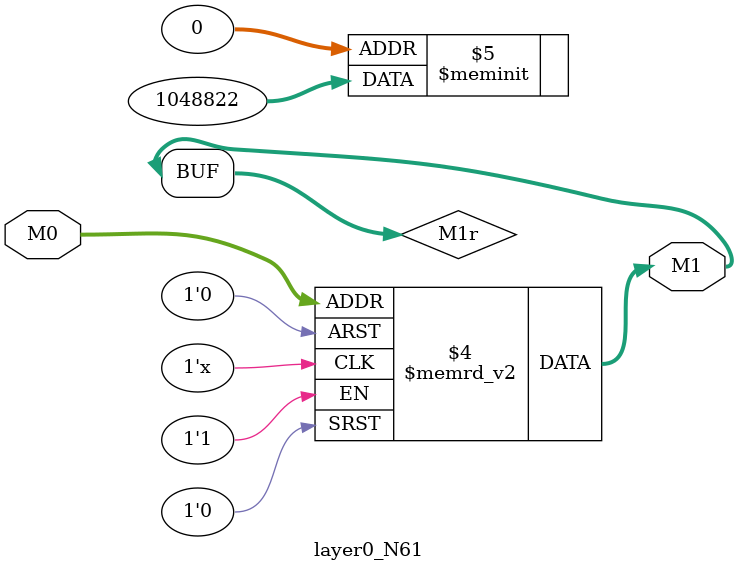
<source format=v>
module layer0_N61 ( input [3:0] M0, output [1:0] M1 );

	(*rom_style = "distributed" *) reg [1:0] M1r;
	assign M1 = M1r;
	always @ (M0) begin
		case (M0)
			4'b0000: M1r = 2'b10;
			4'b1000: M1r = 2'b00;
			4'b0100: M1r = 2'b00;
			4'b1100: M1r = 2'b00;
			4'b0010: M1r = 2'b11;
			4'b1010: M1r = 2'b01;
			4'b0110: M1r = 2'b00;
			4'b1110: M1r = 2'b00;
			4'b0001: M1r = 2'b01;
			4'b1001: M1r = 2'b00;
			4'b0101: M1r = 2'b00;
			4'b1101: M1r = 2'b00;
			4'b0011: M1r = 2'b11;
			4'b1011: M1r = 2'b00;
			4'b0111: M1r = 2'b00;
			4'b1111: M1r = 2'b00;

		endcase
	end
endmodule

</source>
